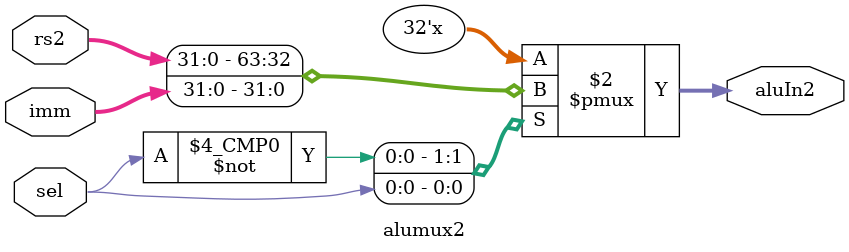
<source format=v>
module alumux2(
    input wire sel,
    input wire[31:0] rs2,
    input wire[31:0] imm,
    output reg[31:0] aluIn2
);

always @(*) begin
    case(sel)
    1'b0: aluIn2 = rs2;
    1'b1: aluIn2 = imm;
    endcase

end

endmodule



</source>
